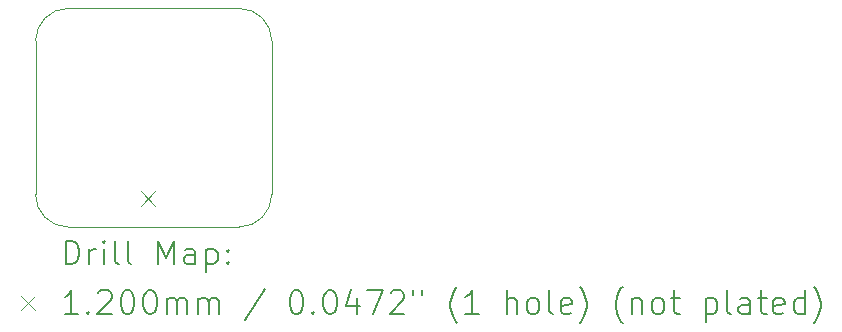
<source format=gbr>
%TF.GenerationSoftware,KiCad,Pcbnew,7.0.8*%
%TF.CreationDate,2023-12-02T16:20:52-07:00*%
%TF.ProjectId,wheelspeed,77686565-6c73-4706-9565-642e6b696361,v1*%
%TF.SameCoordinates,Original*%
%TF.FileFunction,Drillmap*%
%TF.FilePolarity,Positive*%
%FSLAX45Y45*%
G04 Gerber Fmt 4.5, Leading zero omitted, Abs format (unit mm)*
G04 Created by KiCad (PCBNEW 7.0.8) date 2023-12-02 16:20:52*
%MOMM*%
%LPD*%
G01*
G04 APERTURE LIST*
%ADD10C,0.100000*%
%ADD11C,0.200000*%
%ADD12C,0.120000*%
G04 APERTURE END LIST*
D10*
X14725000Y-8766250D02*
X13275000Y-8766250D01*
X14725000Y-10616250D02*
G75*
G03*
X15000000Y-10341250I0J275000D01*
G01*
X13000000Y-9041250D02*
X13000000Y-10341250D01*
X15000000Y-9041250D02*
G75*
G03*
X14725000Y-8766250I-274990J10D01*
G01*
X13275000Y-8766250D02*
G75*
G03*
X13000000Y-9041250I0J-275000D01*
G01*
X13000000Y-10341250D02*
G75*
G03*
X13275000Y-10616250I274990J-10D01*
G01*
X15000000Y-10341250D02*
X15000000Y-9041250D01*
X13275000Y-10616250D02*
X14725000Y-10616250D01*
D11*
D12*
X13894375Y-10316250D02*
X14014375Y-10436250D01*
X14014375Y-10316250D02*
X13894375Y-10436250D01*
D11*
X13255777Y-10932734D02*
X13255777Y-10732734D01*
X13255777Y-10732734D02*
X13303396Y-10732734D01*
X13303396Y-10732734D02*
X13331967Y-10742258D01*
X13331967Y-10742258D02*
X13351015Y-10761305D01*
X13351015Y-10761305D02*
X13360539Y-10780353D01*
X13360539Y-10780353D02*
X13370062Y-10818448D01*
X13370062Y-10818448D02*
X13370062Y-10847020D01*
X13370062Y-10847020D02*
X13360539Y-10885115D01*
X13360539Y-10885115D02*
X13351015Y-10904162D01*
X13351015Y-10904162D02*
X13331967Y-10923210D01*
X13331967Y-10923210D02*
X13303396Y-10932734D01*
X13303396Y-10932734D02*
X13255777Y-10932734D01*
X13455777Y-10932734D02*
X13455777Y-10799400D01*
X13455777Y-10837496D02*
X13465301Y-10818448D01*
X13465301Y-10818448D02*
X13474824Y-10808924D01*
X13474824Y-10808924D02*
X13493872Y-10799400D01*
X13493872Y-10799400D02*
X13512920Y-10799400D01*
X13579586Y-10932734D02*
X13579586Y-10799400D01*
X13579586Y-10732734D02*
X13570062Y-10742258D01*
X13570062Y-10742258D02*
X13579586Y-10751781D01*
X13579586Y-10751781D02*
X13589110Y-10742258D01*
X13589110Y-10742258D02*
X13579586Y-10732734D01*
X13579586Y-10732734D02*
X13579586Y-10751781D01*
X13703396Y-10932734D02*
X13684348Y-10923210D01*
X13684348Y-10923210D02*
X13674824Y-10904162D01*
X13674824Y-10904162D02*
X13674824Y-10732734D01*
X13808158Y-10932734D02*
X13789110Y-10923210D01*
X13789110Y-10923210D02*
X13779586Y-10904162D01*
X13779586Y-10904162D02*
X13779586Y-10732734D01*
X14036729Y-10932734D02*
X14036729Y-10732734D01*
X14036729Y-10732734D02*
X14103396Y-10875591D01*
X14103396Y-10875591D02*
X14170062Y-10732734D01*
X14170062Y-10732734D02*
X14170062Y-10932734D01*
X14351015Y-10932734D02*
X14351015Y-10827972D01*
X14351015Y-10827972D02*
X14341491Y-10808924D01*
X14341491Y-10808924D02*
X14322443Y-10799400D01*
X14322443Y-10799400D02*
X14284348Y-10799400D01*
X14284348Y-10799400D02*
X14265301Y-10808924D01*
X14351015Y-10923210D02*
X14331967Y-10932734D01*
X14331967Y-10932734D02*
X14284348Y-10932734D01*
X14284348Y-10932734D02*
X14265301Y-10923210D01*
X14265301Y-10923210D02*
X14255777Y-10904162D01*
X14255777Y-10904162D02*
X14255777Y-10885115D01*
X14255777Y-10885115D02*
X14265301Y-10866067D01*
X14265301Y-10866067D02*
X14284348Y-10856543D01*
X14284348Y-10856543D02*
X14331967Y-10856543D01*
X14331967Y-10856543D02*
X14351015Y-10847020D01*
X14446253Y-10799400D02*
X14446253Y-10999400D01*
X14446253Y-10808924D02*
X14465301Y-10799400D01*
X14465301Y-10799400D02*
X14503396Y-10799400D01*
X14503396Y-10799400D02*
X14522443Y-10808924D01*
X14522443Y-10808924D02*
X14531967Y-10818448D01*
X14531967Y-10818448D02*
X14541491Y-10837496D01*
X14541491Y-10837496D02*
X14541491Y-10894639D01*
X14541491Y-10894639D02*
X14531967Y-10913686D01*
X14531967Y-10913686D02*
X14522443Y-10923210D01*
X14522443Y-10923210D02*
X14503396Y-10932734D01*
X14503396Y-10932734D02*
X14465301Y-10932734D01*
X14465301Y-10932734D02*
X14446253Y-10923210D01*
X14627205Y-10913686D02*
X14636729Y-10923210D01*
X14636729Y-10923210D02*
X14627205Y-10932734D01*
X14627205Y-10932734D02*
X14617682Y-10923210D01*
X14617682Y-10923210D02*
X14627205Y-10913686D01*
X14627205Y-10913686D02*
X14627205Y-10932734D01*
X14627205Y-10808924D02*
X14636729Y-10818448D01*
X14636729Y-10818448D02*
X14627205Y-10827972D01*
X14627205Y-10827972D02*
X14617682Y-10818448D01*
X14617682Y-10818448D02*
X14627205Y-10808924D01*
X14627205Y-10808924D02*
X14627205Y-10827972D01*
D12*
X12875000Y-11201250D02*
X12995000Y-11321250D01*
X12995000Y-11201250D02*
X12875000Y-11321250D01*
D11*
X13360539Y-11352734D02*
X13246253Y-11352734D01*
X13303396Y-11352734D02*
X13303396Y-11152734D01*
X13303396Y-11152734D02*
X13284348Y-11181305D01*
X13284348Y-11181305D02*
X13265301Y-11200353D01*
X13265301Y-11200353D02*
X13246253Y-11209877D01*
X13446253Y-11333686D02*
X13455777Y-11343210D01*
X13455777Y-11343210D02*
X13446253Y-11352734D01*
X13446253Y-11352734D02*
X13436729Y-11343210D01*
X13436729Y-11343210D02*
X13446253Y-11333686D01*
X13446253Y-11333686D02*
X13446253Y-11352734D01*
X13531967Y-11171781D02*
X13541491Y-11162258D01*
X13541491Y-11162258D02*
X13560539Y-11152734D01*
X13560539Y-11152734D02*
X13608158Y-11152734D01*
X13608158Y-11152734D02*
X13627205Y-11162258D01*
X13627205Y-11162258D02*
X13636729Y-11171781D01*
X13636729Y-11171781D02*
X13646253Y-11190829D01*
X13646253Y-11190829D02*
X13646253Y-11209877D01*
X13646253Y-11209877D02*
X13636729Y-11238448D01*
X13636729Y-11238448D02*
X13522443Y-11352734D01*
X13522443Y-11352734D02*
X13646253Y-11352734D01*
X13770062Y-11152734D02*
X13789110Y-11152734D01*
X13789110Y-11152734D02*
X13808158Y-11162258D01*
X13808158Y-11162258D02*
X13817682Y-11171781D01*
X13817682Y-11171781D02*
X13827205Y-11190829D01*
X13827205Y-11190829D02*
X13836729Y-11228924D01*
X13836729Y-11228924D02*
X13836729Y-11276543D01*
X13836729Y-11276543D02*
X13827205Y-11314638D01*
X13827205Y-11314638D02*
X13817682Y-11333686D01*
X13817682Y-11333686D02*
X13808158Y-11343210D01*
X13808158Y-11343210D02*
X13789110Y-11352734D01*
X13789110Y-11352734D02*
X13770062Y-11352734D01*
X13770062Y-11352734D02*
X13751015Y-11343210D01*
X13751015Y-11343210D02*
X13741491Y-11333686D01*
X13741491Y-11333686D02*
X13731967Y-11314638D01*
X13731967Y-11314638D02*
X13722443Y-11276543D01*
X13722443Y-11276543D02*
X13722443Y-11228924D01*
X13722443Y-11228924D02*
X13731967Y-11190829D01*
X13731967Y-11190829D02*
X13741491Y-11171781D01*
X13741491Y-11171781D02*
X13751015Y-11162258D01*
X13751015Y-11162258D02*
X13770062Y-11152734D01*
X13960539Y-11152734D02*
X13979586Y-11152734D01*
X13979586Y-11152734D02*
X13998634Y-11162258D01*
X13998634Y-11162258D02*
X14008158Y-11171781D01*
X14008158Y-11171781D02*
X14017682Y-11190829D01*
X14017682Y-11190829D02*
X14027205Y-11228924D01*
X14027205Y-11228924D02*
X14027205Y-11276543D01*
X14027205Y-11276543D02*
X14017682Y-11314638D01*
X14017682Y-11314638D02*
X14008158Y-11333686D01*
X14008158Y-11333686D02*
X13998634Y-11343210D01*
X13998634Y-11343210D02*
X13979586Y-11352734D01*
X13979586Y-11352734D02*
X13960539Y-11352734D01*
X13960539Y-11352734D02*
X13941491Y-11343210D01*
X13941491Y-11343210D02*
X13931967Y-11333686D01*
X13931967Y-11333686D02*
X13922443Y-11314638D01*
X13922443Y-11314638D02*
X13912920Y-11276543D01*
X13912920Y-11276543D02*
X13912920Y-11228924D01*
X13912920Y-11228924D02*
X13922443Y-11190829D01*
X13922443Y-11190829D02*
X13931967Y-11171781D01*
X13931967Y-11171781D02*
X13941491Y-11162258D01*
X13941491Y-11162258D02*
X13960539Y-11152734D01*
X14112920Y-11352734D02*
X14112920Y-11219400D01*
X14112920Y-11238448D02*
X14122443Y-11228924D01*
X14122443Y-11228924D02*
X14141491Y-11219400D01*
X14141491Y-11219400D02*
X14170063Y-11219400D01*
X14170063Y-11219400D02*
X14189110Y-11228924D01*
X14189110Y-11228924D02*
X14198634Y-11247972D01*
X14198634Y-11247972D02*
X14198634Y-11352734D01*
X14198634Y-11247972D02*
X14208158Y-11228924D01*
X14208158Y-11228924D02*
X14227205Y-11219400D01*
X14227205Y-11219400D02*
X14255777Y-11219400D01*
X14255777Y-11219400D02*
X14274824Y-11228924D01*
X14274824Y-11228924D02*
X14284348Y-11247972D01*
X14284348Y-11247972D02*
X14284348Y-11352734D01*
X14379586Y-11352734D02*
X14379586Y-11219400D01*
X14379586Y-11238448D02*
X14389110Y-11228924D01*
X14389110Y-11228924D02*
X14408158Y-11219400D01*
X14408158Y-11219400D02*
X14436729Y-11219400D01*
X14436729Y-11219400D02*
X14455777Y-11228924D01*
X14455777Y-11228924D02*
X14465301Y-11247972D01*
X14465301Y-11247972D02*
X14465301Y-11352734D01*
X14465301Y-11247972D02*
X14474824Y-11228924D01*
X14474824Y-11228924D02*
X14493872Y-11219400D01*
X14493872Y-11219400D02*
X14522443Y-11219400D01*
X14522443Y-11219400D02*
X14541491Y-11228924D01*
X14541491Y-11228924D02*
X14551015Y-11247972D01*
X14551015Y-11247972D02*
X14551015Y-11352734D01*
X14941491Y-11143210D02*
X14770063Y-11400353D01*
X15198634Y-11152734D02*
X15217682Y-11152734D01*
X15217682Y-11152734D02*
X15236729Y-11162258D01*
X15236729Y-11162258D02*
X15246253Y-11171781D01*
X15246253Y-11171781D02*
X15255777Y-11190829D01*
X15255777Y-11190829D02*
X15265301Y-11228924D01*
X15265301Y-11228924D02*
X15265301Y-11276543D01*
X15265301Y-11276543D02*
X15255777Y-11314638D01*
X15255777Y-11314638D02*
X15246253Y-11333686D01*
X15246253Y-11333686D02*
X15236729Y-11343210D01*
X15236729Y-11343210D02*
X15217682Y-11352734D01*
X15217682Y-11352734D02*
X15198634Y-11352734D01*
X15198634Y-11352734D02*
X15179586Y-11343210D01*
X15179586Y-11343210D02*
X15170063Y-11333686D01*
X15170063Y-11333686D02*
X15160539Y-11314638D01*
X15160539Y-11314638D02*
X15151015Y-11276543D01*
X15151015Y-11276543D02*
X15151015Y-11228924D01*
X15151015Y-11228924D02*
X15160539Y-11190829D01*
X15160539Y-11190829D02*
X15170063Y-11171781D01*
X15170063Y-11171781D02*
X15179586Y-11162258D01*
X15179586Y-11162258D02*
X15198634Y-11152734D01*
X15351015Y-11333686D02*
X15360539Y-11343210D01*
X15360539Y-11343210D02*
X15351015Y-11352734D01*
X15351015Y-11352734D02*
X15341491Y-11343210D01*
X15341491Y-11343210D02*
X15351015Y-11333686D01*
X15351015Y-11333686D02*
X15351015Y-11352734D01*
X15484348Y-11152734D02*
X15503396Y-11152734D01*
X15503396Y-11152734D02*
X15522444Y-11162258D01*
X15522444Y-11162258D02*
X15531967Y-11171781D01*
X15531967Y-11171781D02*
X15541491Y-11190829D01*
X15541491Y-11190829D02*
X15551015Y-11228924D01*
X15551015Y-11228924D02*
X15551015Y-11276543D01*
X15551015Y-11276543D02*
X15541491Y-11314638D01*
X15541491Y-11314638D02*
X15531967Y-11333686D01*
X15531967Y-11333686D02*
X15522444Y-11343210D01*
X15522444Y-11343210D02*
X15503396Y-11352734D01*
X15503396Y-11352734D02*
X15484348Y-11352734D01*
X15484348Y-11352734D02*
X15465301Y-11343210D01*
X15465301Y-11343210D02*
X15455777Y-11333686D01*
X15455777Y-11333686D02*
X15446253Y-11314638D01*
X15446253Y-11314638D02*
X15436729Y-11276543D01*
X15436729Y-11276543D02*
X15436729Y-11228924D01*
X15436729Y-11228924D02*
X15446253Y-11190829D01*
X15446253Y-11190829D02*
X15455777Y-11171781D01*
X15455777Y-11171781D02*
X15465301Y-11162258D01*
X15465301Y-11162258D02*
X15484348Y-11152734D01*
X15722444Y-11219400D02*
X15722444Y-11352734D01*
X15674825Y-11143210D02*
X15627206Y-11286067D01*
X15627206Y-11286067D02*
X15751015Y-11286067D01*
X15808158Y-11152734D02*
X15941491Y-11152734D01*
X15941491Y-11152734D02*
X15855777Y-11352734D01*
X16008158Y-11171781D02*
X16017682Y-11162258D01*
X16017682Y-11162258D02*
X16036729Y-11152734D01*
X16036729Y-11152734D02*
X16084348Y-11152734D01*
X16084348Y-11152734D02*
X16103396Y-11162258D01*
X16103396Y-11162258D02*
X16112920Y-11171781D01*
X16112920Y-11171781D02*
X16122444Y-11190829D01*
X16122444Y-11190829D02*
X16122444Y-11209877D01*
X16122444Y-11209877D02*
X16112920Y-11238448D01*
X16112920Y-11238448D02*
X15998634Y-11352734D01*
X15998634Y-11352734D02*
X16122444Y-11352734D01*
X16198634Y-11152734D02*
X16198634Y-11190829D01*
X16274825Y-11152734D02*
X16274825Y-11190829D01*
X16570063Y-11428924D02*
X16560539Y-11419400D01*
X16560539Y-11419400D02*
X16541491Y-11390829D01*
X16541491Y-11390829D02*
X16531968Y-11371781D01*
X16531968Y-11371781D02*
X16522444Y-11343210D01*
X16522444Y-11343210D02*
X16512920Y-11295591D01*
X16512920Y-11295591D02*
X16512920Y-11257496D01*
X16512920Y-11257496D02*
X16522444Y-11209877D01*
X16522444Y-11209877D02*
X16531968Y-11181305D01*
X16531968Y-11181305D02*
X16541491Y-11162258D01*
X16541491Y-11162258D02*
X16560539Y-11133686D01*
X16560539Y-11133686D02*
X16570063Y-11124162D01*
X16751015Y-11352734D02*
X16636729Y-11352734D01*
X16693872Y-11352734D02*
X16693872Y-11152734D01*
X16693872Y-11152734D02*
X16674825Y-11181305D01*
X16674825Y-11181305D02*
X16655777Y-11200353D01*
X16655777Y-11200353D02*
X16636729Y-11209877D01*
X16989111Y-11352734D02*
X16989111Y-11152734D01*
X17074825Y-11352734D02*
X17074825Y-11247972D01*
X17074825Y-11247972D02*
X17065301Y-11228924D01*
X17065301Y-11228924D02*
X17046253Y-11219400D01*
X17046253Y-11219400D02*
X17017682Y-11219400D01*
X17017682Y-11219400D02*
X16998634Y-11228924D01*
X16998634Y-11228924D02*
X16989111Y-11238448D01*
X17198634Y-11352734D02*
X17179587Y-11343210D01*
X17179587Y-11343210D02*
X17170063Y-11333686D01*
X17170063Y-11333686D02*
X17160539Y-11314638D01*
X17160539Y-11314638D02*
X17160539Y-11257496D01*
X17160539Y-11257496D02*
X17170063Y-11238448D01*
X17170063Y-11238448D02*
X17179587Y-11228924D01*
X17179587Y-11228924D02*
X17198634Y-11219400D01*
X17198634Y-11219400D02*
X17227206Y-11219400D01*
X17227206Y-11219400D02*
X17246253Y-11228924D01*
X17246253Y-11228924D02*
X17255777Y-11238448D01*
X17255777Y-11238448D02*
X17265301Y-11257496D01*
X17265301Y-11257496D02*
X17265301Y-11314638D01*
X17265301Y-11314638D02*
X17255777Y-11333686D01*
X17255777Y-11333686D02*
X17246253Y-11343210D01*
X17246253Y-11343210D02*
X17227206Y-11352734D01*
X17227206Y-11352734D02*
X17198634Y-11352734D01*
X17379587Y-11352734D02*
X17360539Y-11343210D01*
X17360539Y-11343210D02*
X17351015Y-11324162D01*
X17351015Y-11324162D02*
X17351015Y-11152734D01*
X17531968Y-11343210D02*
X17512920Y-11352734D01*
X17512920Y-11352734D02*
X17474825Y-11352734D01*
X17474825Y-11352734D02*
X17455777Y-11343210D01*
X17455777Y-11343210D02*
X17446253Y-11324162D01*
X17446253Y-11324162D02*
X17446253Y-11247972D01*
X17446253Y-11247972D02*
X17455777Y-11228924D01*
X17455777Y-11228924D02*
X17474825Y-11219400D01*
X17474825Y-11219400D02*
X17512920Y-11219400D01*
X17512920Y-11219400D02*
X17531968Y-11228924D01*
X17531968Y-11228924D02*
X17541492Y-11247972D01*
X17541492Y-11247972D02*
X17541492Y-11267019D01*
X17541492Y-11267019D02*
X17446253Y-11286067D01*
X17608158Y-11428924D02*
X17617682Y-11419400D01*
X17617682Y-11419400D02*
X17636730Y-11390829D01*
X17636730Y-11390829D02*
X17646253Y-11371781D01*
X17646253Y-11371781D02*
X17655777Y-11343210D01*
X17655777Y-11343210D02*
X17665301Y-11295591D01*
X17665301Y-11295591D02*
X17665301Y-11257496D01*
X17665301Y-11257496D02*
X17655777Y-11209877D01*
X17655777Y-11209877D02*
X17646253Y-11181305D01*
X17646253Y-11181305D02*
X17636730Y-11162258D01*
X17636730Y-11162258D02*
X17617682Y-11133686D01*
X17617682Y-11133686D02*
X17608158Y-11124162D01*
X17970063Y-11428924D02*
X17960539Y-11419400D01*
X17960539Y-11419400D02*
X17941492Y-11390829D01*
X17941492Y-11390829D02*
X17931968Y-11371781D01*
X17931968Y-11371781D02*
X17922444Y-11343210D01*
X17922444Y-11343210D02*
X17912920Y-11295591D01*
X17912920Y-11295591D02*
X17912920Y-11257496D01*
X17912920Y-11257496D02*
X17922444Y-11209877D01*
X17922444Y-11209877D02*
X17931968Y-11181305D01*
X17931968Y-11181305D02*
X17941492Y-11162258D01*
X17941492Y-11162258D02*
X17960539Y-11133686D01*
X17960539Y-11133686D02*
X17970063Y-11124162D01*
X18046253Y-11219400D02*
X18046253Y-11352734D01*
X18046253Y-11238448D02*
X18055777Y-11228924D01*
X18055777Y-11228924D02*
X18074825Y-11219400D01*
X18074825Y-11219400D02*
X18103396Y-11219400D01*
X18103396Y-11219400D02*
X18122444Y-11228924D01*
X18122444Y-11228924D02*
X18131968Y-11247972D01*
X18131968Y-11247972D02*
X18131968Y-11352734D01*
X18255777Y-11352734D02*
X18236730Y-11343210D01*
X18236730Y-11343210D02*
X18227206Y-11333686D01*
X18227206Y-11333686D02*
X18217682Y-11314638D01*
X18217682Y-11314638D02*
X18217682Y-11257496D01*
X18217682Y-11257496D02*
X18227206Y-11238448D01*
X18227206Y-11238448D02*
X18236730Y-11228924D01*
X18236730Y-11228924D02*
X18255777Y-11219400D01*
X18255777Y-11219400D02*
X18284349Y-11219400D01*
X18284349Y-11219400D02*
X18303396Y-11228924D01*
X18303396Y-11228924D02*
X18312920Y-11238448D01*
X18312920Y-11238448D02*
X18322444Y-11257496D01*
X18322444Y-11257496D02*
X18322444Y-11314638D01*
X18322444Y-11314638D02*
X18312920Y-11333686D01*
X18312920Y-11333686D02*
X18303396Y-11343210D01*
X18303396Y-11343210D02*
X18284349Y-11352734D01*
X18284349Y-11352734D02*
X18255777Y-11352734D01*
X18379587Y-11219400D02*
X18455777Y-11219400D01*
X18408158Y-11152734D02*
X18408158Y-11324162D01*
X18408158Y-11324162D02*
X18417682Y-11343210D01*
X18417682Y-11343210D02*
X18436730Y-11352734D01*
X18436730Y-11352734D02*
X18455777Y-11352734D01*
X18674825Y-11219400D02*
X18674825Y-11419400D01*
X18674825Y-11228924D02*
X18693873Y-11219400D01*
X18693873Y-11219400D02*
X18731968Y-11219400D01*
X18731968Y-11219400D02*
X18751015Y-11228924D01*
X18751015Y-11228924D02*
X18760539Y-11238448D01*
X18760539Y-11238448D02*
X18770063Y-11257496D01*
X18770063Y-11257496D02*
X18770063Y-11314638D01*
X18770063Y-11314638D02*
X18760539Y-11333686D01*
X18760539Y-11333686D02*
X18751015Y-11343210D01*
X18751015Y-11343210D02*
X18731968Y-11352734D01*
X18731968Y-11352734D02*
X18693873Y-11352734D01*
X18693873Y-11352734D02*
X18674825Y-11343210D01*
X18884349Y-11352734D02*
X18865301Y-11343210D01*
X18865301Y-11343210D02*
X18855777Y-11324162D01*
X18855777Y-11324162D02*
X18855777Y-11152734D01*
X19046254Y-11352734D02*
X19046254Y-11247972D01*
X19046254Y-11247972D02*
X19036730Y-11228924D01*
X19036730Y-11228924D02*
X19017682Y-11219400D01*
X19017682Y-11219400D02*
X18979587Y-11219400D01*
X18979587Y-11219400D02*
X18960539Y-11228924D01*
X19046254Y-11343210D02*
X19027206Y-11352734D01*
X19027206Y-11352734D02*
X18979587Y-11352734D01*
X18979587Y-11352734D02*
X18960539Y-11343210D01*
X18960539Y-11343210D02*
X18951015Y-11324162D01*
X18951015Y-11324162D02*
X18951015Y-11305115D01*
X18951015Y-11305115D02*
X18960539Y-11286067D01*
X18960539Y-11286067D02*
X18979587Y-11276543D01*
X18979587Y-11276543D02*
X19027206Y-11276543D01*
X19027206Y-11276543D02*
X19046254Y-11267019D01*
X19112920Y-11219400D02*
X19189111Y-11219400D01*
X19141492Y-11152734D02*
X19141492Y-11324162D01*
X19141492Y-11324162D02*
X19151015Y-11343210D01*
X19151015Y-11343210D02*
X19170063Y-11352734D01*
X19170063Y-11352734D02*
X19189111Y-11352734D01*
X19331968Y-11343210D02*
X19312920Y-11352734D01*
X19312920Y-11352734D02*
X19274825Y-11352734D01*
X19274825Y-11352734D02*
X19255777Y-11343210D01*
X19255777Y-11343210D02*
X19246254Y-11324162D01*
X19246254Y-11324162D02*
X19246254Y-11247972D01*
X19246254Y-11247972D02*
X19255777Y-11228924D01*
X19255777Y-11228924D02*
X19274825Y-11219400D01*
X19274825Y-11219400D02*
X19312920Y-11219400D01*
X19312920Y-11219400D02*
X19331968Y-11228924D01*
X19331968Y-11228924D02*
X19341492Y-11247972D01*
X19341492Y-11247972D02*
X19341492Y-11267019D01*
X19341492Y-11267019D02*
X19246254Y-11286067D01*
X19512920Y-11352734D02*
X19512920Y-11152734D01*
X19512920Y-11343210D02*
X19493873Y-11352734D01*
X19493873Y-11352734D02*
X19455777Y-11352734D01*
X19455777Y-11352734D02*
X19436730Y-11343210D01*
X19436730Y-11343210D02*
X19427206Y-11333686D01*
X19427206Y-11333686D02*
X19417682Y-11314638D01*
X19417682Y-11314638D02*
X19417682Y-11257496D01*
X19417682Y-11257496D02*
X19427206Y-11238448D01*
X19427206Y-11238448D02*
X19436730Y-11228924D01*
X19436730Y-11228924D02*
X19455777Y-11219400D01*
X19455777Y-11219400D02*
X19493873Y-11219400D01*
X19493873Y-11219400D02*
X19512920Y-11228924D01*
X19589111Y-11428924D02*
X19598635Y-11419400D01*
X19598635Y-11419400D02*
X19617682Y-11390829D01*
X19617682Y-11390829D02*
X19627206Y-11371781D01*
X19627206Y-11371781D02*
X19636730Y-11343210D01*
X19636730Y-11343210D02*
X19646254Y-11295591D01*
X19646254Y-11295591D02*
X19646254Y-11257496D01*
X19646254Y-11257496D02*
X19636730Y-11209877D01*
X19636730Y-11209877D02*
X19627206Y-11181305D01*
X19627206Y-11181305D02*
X19617682Y-11162258D01*
X19617682Y-11162258D02*
X19598635Y-11133686D01*
X19598635Y-11133686D02*
X19589111Y-11124162D01*
M02*

</source>
